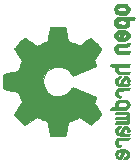
<source format=gbr>
%TF.GenerationSoftware,KiCad,Pcbnew,(5.1.8)-1*%
%TF.CreationDate,2021-02-08T11:54:43+01:00*%
%TF.ProjectId,powerpack,706f7765-7270-4616-936b-2e6b69636164,rev?*%
%TF.SameCoordinates,Original*%
%TF.FileFunction,Legend,Bot*%
%TF.FilePolarity,Positive*%
%FSLAX46Y46*%
G04 Gerber Fmt 4.6, Leading zero omitted, Abs format (unit mm)*
G04 Created by KiCad (PCBNEW (5.1.8)-1) date 2021-02-08 11:54:43*
%MOMM*%
%LPD*%
G01*
G04 APERTURE LIST*
%ADD10C,0.010000*%
G04 APERTURE END LIST*
D10*
%TO.C,REF\u002A\u002A*%
G36*
X178804403Y-30617600D02*
G01*
X178860022Y-30729150D01*
X178962431Y-30827608D01*
X179000364Y-30854723D01*
X179050000Y-30884262D01*
X179103912Y-30903428D01*
X179175864Y-30914393D01*
X179279622Y-30919329D01*
X179416601Y-30920413D01*
X179604315Y-30915518D01*
X179745258Y-30898504D01*
X179850408Y-30865877D01*
X179930743Y-30814142D01*
X179997241Y-30739804D01*
X180001178Y-30734342D01*
X180041453Y-30661080D01*
X180061380Y-30572860D01*
X180066293Y-30460662D01*
X180066293Y-30278267D01*
X180243357Y-30278191D01*
X180341970Y-30276493D01*
X180399814Y-30266150D01*
X180434506Y-30239122D01*
X180463664Y-30187368D01*
X180469621Y-30174939D01*
X180497539Y-30116777D01*
X180515172Y-30071744D01*
X180516694Y-30038259D01*
X180496281Y-30014738D01*
X180448107Y-29999600D01*
X180366346Y-29991263D01*
X180245172Y-29988144D01*
X180078760Y-29988660D01*
X179861285Y-29991229D01*
X179796236Y-29992032D01*
X179572002Y-29994922D01*
X179425321Y-29997512D01*
X179425321Y-30278114D01*
X179549826Y-30279691D01*
X179631287Y-30286700D01*
X179685015Y-30302558D01*
X179726323Y-30330681D01*
X179746471Y-30349775D01*
X179805421Y-30427835D01*
X179810220Y-30496947D01*
X179761538Y-30568260D01*
X179759741Y-30570068D01*
X179722118Y-30599083D01*
X179670984Y-30616733D01*
X179592238Y-30625636D01*
X179471776Y-30628409D01*
X179445088Y-30628459D01*
X179279083Y-30621758D01*
X179164005Y-30599948D01*
X179093754Y-30560465D01*
X179062229Y-30500744D01*
X179059052Y-30466228D01*
X179073960Y-30384311D01*
X179123048Y-30328121D01*
X179212862Y-30294298D01*
X179349945Y-30279480D01*
X179425321Y-30278114D01*
X179425321Y-29997512D01*
X179398452Y-29997987D01*
X179267882Y-30001947D01*
X179172587Y-30007526D01*
X179104864Y-30015446D01*
X179057007Y-30026431D01*
X179021313Y-30041201D01*
X178990078Y-30060482D01*
X178978324Y-30068749D01*
X178867297Y-30178412D01*
X178804347Y-30317065D01*
X178786797Y-30477454D01*
X178804403Y-30617600D01*
G37*
X178804403Y-30617600D02*
X178860022Y-30729150D01*
X178962431Y-30827608D01*
X179000364Y-30854723D01*
X179050000Y-30884262D01*
X179103912Y-30903428D01*
X179175864Y-30914393D01*
X179279622Y-30919329D01*
X179416601Y-30920413D01*
X179604315Y-30915518D01*
X179745258Y-30898504D01*
X179850408Y-30865877D01*
X179930743Y-30814142D01*
X179997241Y-30739804D01*
X180001178Y-30734342D01*
X180041453Y-30661080D01*
X180061380Y-30572860D01*
X180066293Y-30460662D01*
X180066293Y-30278267D01*
X180243357Y-30278191D01*
X180341970Y-30276493D01*
X180399814Y-30266150D01*
X180434506Y-30239122D01*
X180463664Y-30187368D01*
X180469621Y-30174939D01*
X180497539Y-30116777D01*
X180515172Y-30071744D01*
X180516694Y-30038259D01*
X180496281Y-30014738D01*
X180448107Y-29999600D01*
X180366346Y-29991263D01*
X180245172Y-29988144D01*
X180078760Y-29988660D01*
X179861285Y-29991229D01*
X179796236Y-29992032D01*
X179572002Y-29994922D01*
X179425321Y-29997512D01*
X179425321Y-30278114D01*
X179549826Y-30279691D01*
X179631287Y-30286700D01*
X179685015Y-30302558D01*
X179726323Y-30330681D01*
X179746471Y-30349775D01*
X179805421Y-30427835D01*
X179810220Y-30496947D01*
X179761538Y-30568260D01*
X179759741Y-30570068D01*
X179722118Y-30599083D01*
X179670984Y-30616733D01*
X179592238Y-30625636D01*
X179471776Y-30628409D01*
X179445088Y-30628459D01*
X179279083Y-30621758D01*
X179164005Y-30599948D01*
X179093754Y-30560465D01*
X179062229Y-30500744D01*
X179059052Y-30466228D01*
X179073960Y-30384311D01*
X179123048Y-30328121D01*
X179212862Y-30294298D01*
X179349945Y-30279480D01*
X179425321Y-30278114D01*
X179425321Y-29997512D01*
X179398452Y-29997987D01*
X179267882Y-30001947D01*
X179172587Y-30007526D01*
X179104864Y-30015446D01*
X179057007Y-30026431D01*
X179021313Y-30041201D01*
X178990078Y-30060482D01*
X178978324Y-30068749D01*
X178867297Y-30178412D01*
X178804347Y-30317065D01*
X178786797Y-30477454D01*
X178804403Y-30617600D01*
G36*
X178820219Y-32863129D02*
G01*
X178874414Y-32956823D01*
X178928207Y-33021964D01*
X178984566Y-33069607D01*
X179053487Y-33102428D01*
X179144968Y-33123106D01*
X179269006Y-33134320D01*
X179435598Y-33138749D01*
X179555351Y-33139263D01*
X179996159Y-33139263D01*
X180051783Y-33015183D01*
X180107407Y-32891102D01*
X179624595Y-32876505D01*
X179444279Y-32870473D01*
X179313401Y-32864145D01*
X179223011Y-32856306D01*
X179164164Y-32845737D01*
X179127913Y-32831223D01*
X179105310Y-32811548D01*
X179100417Y-32805235D01*
X179062206Y-32709588D01*
X179077327Y-32612907D01*
X179117443Y-32555355D01*
X179145870Y-32531945D01*
X179183172Y-32515739D01*
X179239723Y-32505441D01*
X179325894Y-32499749D01*
X179452058Y-32497364D01*
X179583542Y-32496964D01*
X179748499Y-32496886D01*
X179865261Y-32494061D01*
X179944010Y-32484607D01*
X179994931Y-32464640D01*
X180028206Y-32430276D01*
X180054020Y-32377632D01*
X180080844Y-32307317D01*
X180110042Y-32230520D01*
X179591846Y-32239662D01*
X179405039Y-32243343D01*
X179266990Y-32247650D01*
X179168068Y-32253823D01*
X179098645Y-32263102D01*
X179049090Y-32276727D01*
X179009773Y-32295939D01*
X178975084Y-32319102D01*
X178864270Y-32430852D01*
X178800189Y-32567213D01*
X178784839Y-32715525D01*
X178820219Y-32863129D01*
G37*
X178820219Y-32863129D02*
X178874414Y-32956823D01*
X178928207Y-33021964D01*
X178984566Y-33069607D01*
X179053487Y-33102428D01*
X179144968Y-33123106D01*
X179269006Y-33134320D01*
X179435598Y-33138749D01*
X179555351Y-33139263D01*
X179996159Y-33139263D01*
X180051783Y-33015183D01*
X180107407Y-32891102D01*
X179624595Y-32876505D01*
X179444279Y-32870473D01*
X179313401Y-32864145D01*
X179223011Y-32856306D01*
X179164164Y-32845737D01*
X179127913Y-32831223D01*
X179105310Y-32811548D01*
X179100417Y-32805235D01*
X179062206Y-32709588D01*
X179077327Y-32612907D01*
X179117443Y-32555355D01*
X179145870Y-32531945D01*
X179183172Y-32515739D01*
X179239723Y-32505441D01*
X179325894Y-32499749D01*
X179452058Y-32497364D01*
X179583542Y-32496964D01*
X179748499Y-32496886D01*
X179865261Y-32494061D01*
X179944010Y-32484607D01*
X179994931Y-32464640D01*
X180028206Y-32430276D01*
X180054020Y-32377632D01*
X180080844Y-32307317D01*
X180110042Y-32230520D01*
X179591846Y-32239662D01*
X179405039Y-32243343D01*
X179266990Y-32247650D01*
X179168068Y-32253823D01*
X179098645Y-32263102D01*
X179049090Y-32276727D01*
X179009773Y-32295939D01*
X178975084Y-32319102D01*
X178864270Y-32430852D01*
X178800189Y-32567213D01*
X178784839Y-32715525D01*
X178820219Y-32863129D01*
G36*
X178808515Y-29493921D02*
G01*
X178880468Y-29630761D01*
X178996266Y-29731751D01*
X179070713Y-29767625D01*
X179182492Y-29795539D01*
X179323727Y-29809829D01*
X179477871Y-29811184D01*
X179628379Y-29800295D01*
X179758705Y-29777853D01*
X179852303Y-29744550D01*
X179868422Y-29734315D01*
X179988749Y-29613082D01*
X180060817Y-29469087D01*
X180081908Y-29312839D01*
X180049302Y-29154848D01*
X180029753Y-29110880D01*
X179969512Y-29025256D01*
X179889635Y-28950108D01*
X179879504Y-28943006D01*
X179830681Y-28914139D01*
X179778490Y-28895057D01*
X179709785Y-28883784D01*
X179611418Y-28878345D01*
X179470244Y-28876762D01*
X179438592Y-28876735D01*
X179428519Y-28876807D01*
X179428519Y-29168689D01*
X179561756Y-29170387D01*
X179650174Y-29177072D01*
X179707285Y-29191125D01*
X179746602Y-29214929D01*
X179759741Y-29227079D01*
X179809672Y-29296936D01*
X179807395Y-29364759D01*
X179764084Y-29433335D01*
X179717846Y-29474235D01*
X179650357Y-29498458D01*
X179543933Y-29512061D01*
X179531520Y-29512994D01*
X179338647Y-29515316D01*
X179195400Y-29491050D01*
X179102660Y-29440524D01*
X179061307Y-29364068D01*
X179059052Y-29336776D01*
X179070393Y-29265111D01*
X179109684Y-29216090D01*
X179184826Y-29186118D01*
X179303722Y-29171599D01*
X179428519Y-29168689D01*
X179428519Y-28876807D01*
X179288159Y-28877822D01*
X179183049Y-28882388D01*
X179110214Y-28892388D01*
X179056608Y-28909779D01*
X179009181Y-28936516D01*
X179000364Y-28942424D01*
X178881507Y-29041732D01*
X178812508Y-29149942D01*
X178785119Y-29281681D01*
X178783781Y-29326417D01*
X178808515Y-29493921D01*
G37*
X178808515Y-29493921D02*
X178880468Y-29630761D01*
X178996266Y-29731751D01*
X179070713Y-29767625D01*
X179182492Y-29795539D01*
X179323727Y-29809829D01*
X179477871Y-29811184D01*
X179628379Y-29800295D01*
X179758705Y-29777853D01*
X179852303Y-29744550D01*
X179868422Y-29734315D01*
X179988749Y-29613082D01*
X180060817Y-29469087D01*
X180081908Y-29312839D01*
X180049302Y-29154848D01*
X180029753Y-29110880D01*
X179969512Y-29025256D01*
X179889635Y-28950108D01*
X179879504Y-28943006D01*
X179830681Y-28914139D01*
X179778490Y-28895057D01*
X179709785Y-28883784D01*
X179611418Y-28878345D01*
X179470244Y-28876762D01*
X179438592Y-28876735D01*
X179428519Y-28876807D01*
X179428519Y-29168689D01*
X179561756Y-29170387D01*
X179650174Y-29177072D01*
X179707285Y-29191125D01*
X179746602Y-29214929D01*
X179759741Y-29227079D01*
X179809672Y-29296936D01*
X179807395Y-29364759D01*
X179764084Y-29433335D01*
X179717846Y-29474235D01*
X179650357Y-29498458D01*
X179543933Y-29512061D01*
X179531520Y-29512994D01*
X179338647Y-29515316D01*
X179195400Y-29491050D01*
X179102660Y-29440524D01*
X179061307Y-29364068D01*
X179059052Y-29336776D01*
X179070393Y-29265111D01*
X179109684Y-29216090D01*
X179184826Y-29186118D01*
X179303722Y-29171599D01*
X179428519Y-29168689D01*
X179428519Y-28876807D01*
X179288159Y-28877822D01*
X179183049Y-28882388D01*
X179110214Y-28892388D01*
X179056608Y-28909779D01*
X179009181Y-28936516D01*
X179000364Y-28942424D01*
X178881507Y-29041732D01*
X178812508Y-29149942D01*
X178785119Y-29281681D01*
X178783781Y-29326417D01*
X178808515Y-29493921D01*
G36*
X178827176Y-31761252D02*
G01*
X178904611Y-31876358D01*
X179016449Y-31965311D01*
X179158765Y-32018449D01*
X179263515Y-32029197D01*
X179307226Y-32027976D01*
X179340694Y-32017756D01*
X179370679Y-31989661D01*
X179403940Y-31934816D01*
X179447238Y-31844345D01*
X179507333Y-31709372D01*
X179507634Y-31708689D01*
X179564537Y-31584451D01*
X179615065Y-31482573D01*
X179653780Y-31413467D01*
X179675240Y-31387546D01*
X179675413Y-31387539D01*
X179722144Y-31410385D01*
X179773654Y-31463809D01*
X179810761Y-31525142D01*
X179818132Y-31556215D01*
X179792638Y-31640989D01*
X179728791Y-31713993D01*
X179658594Y-31749613D01*
X179606843Y-31783880D01*
X179547909Y-31851003D01*
X179496996Y-31929908D01*
X179469309Y-31999521D01*
X179467787Y-32014077D01*
X179492821Y-32030463D01*
X179556811Y-32031450D01*
X179643093Y-32019408D01*
X179735001Y-31996707D01*
X179815869Y-31965714D01*
X179819009Y-31964148D01*
X179949234Y-31870881D01*
X180037811Y-31750004D01*
X180081286Y-31612727D01*
X180076206Y-31470260D01*
X180019116Y-31333812D01*
X180015102Y-31327745D01*
X179917826Y-31220410D01*
X179790909Y-31149832D01*
X179624026Y-31110774D01*
X179577139Y-31105532D01*
X179355829Y-31096248D01*
X179252624Y-31107378D01*
X179252624Y-31387539D01*
X179317003Y-31391179D01*
X179335791Y-31411089D01*
X179321735Y-31460726D01*
X179288509Y-31538967D01*
X179246859Y-31626426D01*
X179245756Y-31628599D01*
X179206765Y-31702730D01*
X179180744Y-31732481D01*
X179153465Y-31725145D01*
X179117621Y-31694253D01*
X179065751Y-31615660D01*
X179061939Y-31531023D01*
X179099689Y-31455103D01*
X179172501Y-31402665D01*
X179252624Y-31387539D01*
X179252624Y-31107378D01*
X179178761Y-31115344D01*
X179038329Y-31164334D01*
X178939947Y-31232536D01*
X178840530Y-31355635D01*
X178791211Y-31491228D01*
X178788068Y-31629655D01*
X178827176Y-31761252D01*
G37*
X178827176Y-31761252D02*
X178904611Y-31876358D01*
X179016449Y-31965311D01*
X179158765Y-32018449D01*
X179263515Y-32029197D01*
X179307226Y-32027976D01*
X179340694Y-32017756D01*
X179370679Y-31989661D01*
X179403940Y-31934816D01*
X179447238Y-31844345D01*
X179507333Y-31709372D01*
X179507634Y-31708689D01*
X179564537Y-31584451D01*
X179615065Y-31482573D01*
X179653780Y-31413467D01*
X179675240Y-31387546D01*
X179675413Y-31387539D01*
X179722144Y-31410385D01*
X179773654Y-31463809D01*
X179810761Y-31525142D01*
X179818132Y-31556215D01*
X179792638Y-31640989D01*
X179728791Y-31713993D01*
X179658594Y-31749613D01*
X179606843Y-31783880D01*
X179547909Y-31851003D01*
X179496996Y-31929908D01*
X179469309Y-31999521D01*
X179467787Y-32014077D01*
X179492821Y-32030463D01*
X179556811Y-32031450D01*
X179643093Y-32019408D01*
X179735001Y-31996707D01*
X179815869Y-31965714D01*
X179819009Y-31964148D01*
X179949234Y-31870881D01*
X180037811Y-31750004D01*
X180081286Y-31612727D01*
X180076206Y-31470260D01*
X180019116Y-31333812D01*
X180015102Y-31327745D01*
X179917826Y-31220410D01*
X179790909Y-31149832D01*
X179624026Y-31110774D01*
X179577139Y-31105532D01*
X179355829Y-31096248D01*
X179252624Y-31107378D01*
X179252624Y-31387539D01*
X179317003Y-31391179D01*
X179335791Y-31411089D01*
X179321735Y-31460726D01*
X179288509Y-31538967D01*
X179246859Y-31626426D01*
X179245756Y-31628599D01*
X179206765Y-31702730D01*
X179180744Y-31732481D01*
X179153465Y-31725145D01*
X179117621Y-31694253D01*
X179065751Y-31615660D01*
X179061939Y-31531023D01*
X179099689Y-31455103D01*
X179172501Y-31402665D01*
X179252624Y-31387539D01*
X179252624Y-31107378D01*
X179178761Y-31115344D01*
X179038329Y-31164334D01*
X178939947Y-31232536D01*
X178840530Y-31355635D01*
X178791211Y-31491228D01*
X178788068Y-31629655D01*
X178827176Y-31761252D01*
G36*
X178666357Y-34190298D02*
G01*
X178785688Y-34198854D01*
X178856006Y-34208681D01*
X178886679Y-34222299D01*
X178887071Y-34242227D01*
X178883410Y-34248689D01*
X178856898Y-34334640D01*
X178858446Y-34446445D01*
X178885699Y-34560114D01*
X178920955Y-34631210D01*
X178977278Y-34704105D01*
X179041019Y-34757393D01*
X179122010Y-34793975D01*
X179230086Y-34816750D01*
X179375080Y-34828619D01*
X179566826Y-34832482D01*
X179603609Y-34832551D01*
X180016788Y-34832597D01*
X180048839Y-34740654D01*
X180070644Y-34675352D01*
X180080797Y-34639524D01*
X180080891Y-34638470D01*
X180053360Y-34634942D01*
X179977423Y-34631939D01*
X179863065Y-34629690D01*
X179720269Y-34628424D01*
X179633451Y-34628229D01*
X179462273Y-34627823D01*
X179339588Y-34625732D01*
X179255500Y-34620647D01*
X179200114Y-34611260D01*
X179163532Y-34596261D01*
X179135859Y-34574342D01*
X179122532Y-34560657D01*
X179068828Y-34466649D01*
X179064807Y-34364064D01*
X179110225Y-34270990D01*
X179126623Y-34253778D01*
X179157457Y-34228532D01*
X179194031Y-34211020D01*
X179246915Y-34199842D01*
X179326677Y-34193596D01*
X179443885Y-34190882D01*
X179605491Y-34190298D01*
X180016788Y-34190298D01*
X180048839Y-34098355D01*
X180070644Y-34033053D01*
X180080797Y-33997225D01*
X180080891Y-33996171D01*
X180052948Y-33993475D01*
X179974130Y-33991045D01*
X179851953Y-33988978D01*
X179693932Y-33987371D01*
X179507583Y-33986323D01*
X179300420Y-33985931D01*
X179291206Y-33985930D01*
X178501520Y-33985930D01*
X178461497Y-34080815D01*
X178421473Y-34175700D01*
X178666357Y-34190298D01*
G37*
X178666357Y-34190298D02*
X178785688Y-34198854D01*
X178856006Y-34208681D01*
X178886679Y-34222299D01*
X178887071Y-34242227D01*
X178883410Y-34248689D01*
X178856898Y-34334640D01*
X178858446Y-34446445D01*
X178885699Y-34560114D01*
X178920955Y-34631210D01*
X178977278Y-34704105D01*
X179041019Y-34757393D01*
X179122010Y-34793975D01*
X179230086Y-34816750D01*
X179375080Y-34828619D01*
X179566826Y-34832482D01*
X179603609Y-34832551D01*
X180016788Y-34832597D01*
X180048839Y-34740654D01*
X180070644Y-34675352D01*
X180080797Y-34639524D01*
X180080891Y-34638470D01*
X180053360Y-34634942D01*
X179977423Y-34631939D01*
X179863065Y-34629690D01*
X179720269Y-34628424D01*
X179633451Y-34628229D01*
X179462273Y-34627823D01*
X179339588Y-34625732D01*
X179255500Y-34620647D01*
X179200114Y-34611260D01*
X179163532Y-34596261D01*
X179135859Y-34574342D01*
X179122532Y-34560657D01*
X179068828Y-34466649D01*
X179064807Y-34364064D01*
X179110225Y-34270990D01*
X179126623Y-34253778D01*
X179157457Y-34228532D01*
X179194031Y-34211020D01*
X179246915Y-34199842D01*
X179326677Y-34193596D01*
X179443885Y-34190882D01*
X179605491Y-34190298D01*
X180016788Y-34190298D01*
X180048839Y-34098355D01*
X180070644Y-34033053D01*
X180080797Y-33997225D01*
X180080891Y-33996171D01*
X180052948Y-33993475D01*
X179974130Y-33991045D01*
X179851953Y-33988978D01*
X179693932Y-33987371D01*
X179507583Y-33986323D01*
X179300420Y-33985931D01*
X179291206Y-33985930D01*
X178501520Y-33985930D01*
X178461497Y-34080815D01*
X178421473Y-34175700D01*
X178666357Y-34190298D01*
G36*
X178866860Y-35525644D02*
G01*
X178909342Y-35640043D01*
X178910158Y-35641352D01*
X178962230Y-35712103D01*
X179023084Y-35764336D01*
X179102387Y-35801071D01*
X179209809Y-35825334D01*
X179355017Y-35840145D01*
X179547679Y-35848529D01*
X179575128Y-35849264D01*
X179989021Y-35859820D01*
X180034956Y-35770991D01*
X180065998Y-35706718D01*
X180080706Y-35667910D01*
X180080891Y-35666115D01*
X180053750Y-35659400D01*
X179980541Y-35654065D01*
X179873581Y-35650783D01*
X179786969Y-35650068D01*
X179646662Y-35650051D01*
X179558551Y-35643637D01*
X179516525Y-35621280D01*
X179514475Y-35573432D01*
X179546290Y-35490549D01*
X179604772Y-35365413D01*
X179653345Y-35273397D01*
X179695486Y-35226071D01*
X179741416Y-35212158D01*
X179743689Y-35212137D01*
X179822811Y-35235095D01*
X179865555Y-35303070D01*
X179871746Y-35407098D01*
X179870672Y-35482030D01*
X179892253Y-35521539D01*
X179944091Y-35546178D01*
X180010132Y-35560359D01*
X180047604Y-35539923D01*
X180052967Y-35532228D01*
X180074506Y-35459783D01*
X180077555Y-35358333D01*
X180063278Y-35253857D01*
X180037188Y-35179825D01*
X179950285Y-35077472D01*
X179829316Y-35019291D01*
X179734808Y-35007769D01*
X179649562Y-35016562D01*
X179579976Y-35048380D01*
X179518172Y-35111384D01*
X179456272Y-35213731D01*
X179386397Y-35363582D01*
X179382448Y-35372712D01*
X179320088Y-35507697D01*
X179268946Y-35590994D01*
X179222988Y-35626697D01*
X179176183Y-35618903D01*
X179122498Y-35571707D01*
X179110144Y-35557594D01*
X179062241Y-35463059D01*
X179064258Y-35365106D01*
X179111224Y-35279797D01*
X179198169Y-35223196D01*
X179215234Y-35217937D01*
X179298004Y-35166723D01*
X179337872Y-35101737D01*
X179377382Y-35007769D01*
X179275158Y-35007769D01*
X179126572Y-35036353D01*
X178990284Y-35121195D01*
X178944691Y-35165345D01*
X178886174Y-35265705D01*
X178859684Y-35393335D01*
X178866860Y-35525644D01*
G37*
X178866860Y-35525644D02*
X178909342Y-35640043D01*
X178910158Y-35641352D01*
X178962230Y-35712103D01*
X179023084Y-35764336D01*
X179102387Y-35801071D01*
X179209809Y-35825334D01*
X179355017Y-35840145D01*
X179547679Y-35848529D01*
X179575128Y-35849264D01*
X179989021Y-35859820D01*
X180034956Y-35770991D01*
X180065998Y-35706718D01*
X180080706Y-35667910D01*
X180080891Y-35666115D01*
X180053750Y-35659400D01*
X179980541Y-35654065D01*
X179873581Y-35650783D01*
X179786969Y-35650068D01*
X179646662Y-35650051D01*
X179558551Y-35643637D01*
X179516525Y-35621280D01*
X179514475Y-35573432D01*
X179546290Y-35490549D01*
X179604772Y-35365413D01*
X179653345Y-35273397D01*
X179695486Y-35226071D01*
X179741416Y-35212158D01*
X179743689Y-35212137D01*
X179822811Y-35235095D01*
X179865555Y-35303070D01*
X179871746Y-35407098D01*
X179870672Y-35482030D01*
X179892253Y-35521539D01*
X179944091Y-35546178D01*
X180010132Y-35560359D01*
X180047604Y-35539923D01*
X180052967Y-35532228D01*
X180074506Y-35459783D01*
X180077555Y-35358333D01*
X180063278Y-35253857D01*
X180037188Y-35179825D01*
X179950285Y-35077472D01*
X179829316Y-35019291D01*
X179734808Y-35007769D01*
X179649562Y-35016562D01*
X179579976Y-35048380D01*
X179518172Y-35111384D01*
X179456272Y-35213731D01*
X179386397Y-35363582D01*
X179382448Y-35372712D01*
X179320088Y-35507697D01*
X179268946Y-35590994D01*
X179222988Y-35626697D01*
X179176183Y-35618903D01*
X179122498Y-35571707D01*
X179110144Y-35557594D01*
X179062241Y-35463059D01*
X179064258Y-35365106D01*
X179111224Y-35279797D01*
X179198169Y-35223196D01*
X179215234Y-35217937D01*
X179298004Y-35166723D01*
X179337872Y-35101737D01*
X179377382Y-35007769D01*
X179275158Y-35007769D01*
X179126572Y-35036353D01*
X178990284Y-35121195D01*
X178944691Y-35165345D01*
X178886174Y-35265705D01*
X178859684Y-35393335D01*
X178866860Y-35525644D01*
G36*
X178864420Y-36511643D02*
G01*
X178913359Y-36644265D01*
X178999919Y-36751710D01*
X179060852Y-36793732D01*
X179172661Y-36839543D01*
X179253506Y-36838591D01*
X179307878Y-36790508D01*
X179317124Y-36772717D01*
X179345950Y-36695904D01*
X179338565Y-36656676D01*
X179290158Y-36643389D01*
X179263420Y-36642712D01*
X179165048Y-36618386D01*
X179096234Y-36554981D01*
X179062998Y-36466854D01*
X179071361Y-36368363D01*
X179114796Y-36288302D01*
X179139572Y-36261261D01*
X179169629Y-36242094D01*
X179215065Y-36229146D01*
X179285976Y-36220764D01*
X179392460Y-36215293D01*
X179544612Y-36211078D01*
X179592787Y-36209987D01*
X179757595Y-36206007D01*
X179873588Y-36201481D01*
X179950333Y-36194695D01*
X179997393Y-36183931D01*
X180024335Y-36167473D01*
X180040723Y-36143606D01*
X180047963Y-36128326D01*
X180072720Y-36063433D01*
X180080891Y-36025234D01*
X180053603Y-36012612D01*
X179971103Y-36004908D01*
X179832441Y-36002080D01*
X179636662Y-36004086D01*
X179606465Y-36004711D01*
X179427849Y-36009121D01*
X179297423Y-36014335D01*
X179204992Y-36021755D01*
X179140358Y-36032782D01*
X179093325Y-36048817D01*
X179053696Y-36071261D01*
X179036715Y-36083002D01*
X178961580Y-36150319D01*
X178903138Y-36225610D01*
X178898036Y-36234828D01*
X178857760Y-36369833D01*
X178864420Y-36511643D01*
G37*
X178864420Y-36511643D02*
X178913359Y-36644265D01*
X178999919Y-36751710D01*
X179060852Y-36793732D01*
X179172661Y-36839543D01*
X179253506Y-36838591D01*
X179307878Y-36790508D01*
X179317124Y-36772717D01*
X179345950Y-36695904D01*
X179338565Y-36656676D01*
X179290158Y-36643389D01*
X179263420Y-36642712D01*
X179165048Y-36618386D01*
X179096234Y-36554981D01*
X179062998Y-36466854D01*
X179071361Y-36368363D01*
X179114796Y-36288302D01*
X179139572Y-36261261D01*
X179169629Y-36242094D01*
X179215065Y-36229146D01*
X179285976Y-36220764D01*
X179392460Y-36215293D01*
X179544612Y-36211078D01*
X179592787Y-36209987D01*
X179757595Y-36206007D01*
X179873588Y-36201481D01*
X179950333Y-36194695D01*
X179997393Y-36183931D01*
X180024335Y-36167473D01*
X180040723Y-36143606D01*
X180047963Y-36128326D01*
X180072720Y-36063433D01*
X180080891Y-36025234D01*
X180053603Y-36012612D01*
X179971103Y-36004908D01*
X179832441Y-36002080D01*
X179636662Y-36004086D01*
X179606465Y-36004711D01*
X179427849Y-36009121D01*
X179297423Y-36014335D01*
X179204992Y-36021755D01*
X179140358Y-36032782D01*
X179093325Y-36048817D01*
X179053696Y-36071261D01*
X179036715Y-36083002D01*
X178961580Y-36150319D01*
X178903138Y-36225610D01*
X178898036Y-36234828D01*
X178857760Y-36369833D01*
X178864420Y-36511643D01*
G36*
X179096955Y-37839614D02*
G01*
X179315161Y-37839243D01*
X179483019Y-37837808D01*
X179608570Y-37834702D01*
X179699855Y-37829322D01*
X179764915Y-37821062D01*
X179811791Y-37809316D01*
X179848524Y-37793481D01*
X179869491Y-37781490D01*
X179983194Y-37682190D01*
X180054465Y-37556288D01*
X180080038Y-37416991D01*
X180056650Y-37277505D01*
X180014619Y-37194443D01*
X179941911Y-37107245D01*
X179853112Y-37047817D01*
X179736820Y-37011961D01*
X179581635Y-36995481D01*
X179467787Y-36993147D01*
X179459606Y-36993461D01*
X179459606Y-37197424D01*
X179590157Y-37198670D01*
X179676580Y-37204378D01*
X179733118Y-37217504D01*
X179774014Y-37241006D01*
X179804862Y-37269086D01*
X179864405Y-37363388D01*
X179869492Y-37464640D01*
X179819779Y-37560336D01*
X179813043Y-37567784D01*
X179778002Y-37599574D01*
X179736311Y-37619508D01*
X179674262Y-37630300D01*
X179578144Y-37634665D01*
X179471879Y-37635355D01*
X179338380Y-37633859D01*
X179249322Y-37627664D01*
X179190793Y-37614214D01*
X179148882Y-37590951D01*
X179126623Y-37571875D01*
X179070485Y-37483263D01*
X179063735Y-37381208D01*
X179106614Y-37283795D01*
X179122532Y-37264996D01*
X179157882Y-37232993D01*
X179200002Y-37213018D01*
X179262751Y-37202293D01*
X179359987Y-37198039D01*
X179459606Y-37197424D01*
X179459606Y-36993461D01*
X179284447Y-37000204D01*
X179146695Y-37024172D01*
X179043132Y-37069248D01*
X178962356Y-37139628D01*
X178920955Y-37194443D01*
X178876228Y-37294076D01*
X178855467Y-37409555D01*
X178861025Y-37516899D01*
X178883443Y-37576964D01*
X178889823Y-37600535D01*
X178866035Y-37616177D01*
X178802288Y-37627095D01*
X178705187Y-37635355D01*
X178597041Y-37644399D01*
X178531975Y-37656961D01*
X178494768Y-37679819D01*
X178470199Y-37719751D01*
X178459319Y-37744838D01*
X178419572Y-37839723D01*
X179096955Y-37839614D01*
G37*
X179096955Y-37839614D02*
X179315161Y-37839243D01*
X179483019Y-37837808D01*
X179608570Y-37834702D01*
X179699855Y-37829322D01*
X179764915Y-37821062D01*
X179811791Y-37809316D01*
X179848524Y-37793481D01*
X179869491Y-37781490D01*
X179983194Y-37682190D01*
X180054465Y-37556288D01*
X180080038Y-37416991D01*
X180056650Y-37277505D01*
X180014619Y-37194443D01*
X179941911Y-37107245D01*
X179853112Y-37047817D01*
X179736820Y-37011961D01*
X179581635Y-36995481D01*
X179467787Y-36993147D01*
X179459606Y-36993461D01*
X179459606Y-37197424D01*
X179590157Y-37198670D01*
X179676580Y-37204378D01*
X179733118Y-37217504D01*
X179774014Y-37241006D01*
X179804862Y-37269086D01*
X179864405Y-37363388D01*
X179869492Y-37464640D01*
X179819779Y-37560336D01*
X179813043Y-37567784D01*
X179778002Y-37599574D01*
X179736311Y-37619508D01*
X179674262Y-37630300D01*
X179578144Y-37634665D01*
X179471879Y-37635355D01*
X179338380Y-37633859D01*
X179249322Y-37627664D01*
X179190793Y-37614214D01*
X179148882Y-37590951D01*
X179126623Y-37571875D01*
X179070485Y-37483263D01*
X179063735Y-37381208D01*
X179106614Y-37283795D01*
X179122532Y-37264996D01*
X179157882Y-37232993D01*
X179200002Y-37213018D01*
X179262751Y-37202293D01*
X179359987Y-37198039D01*
X179459606Y-37197424D01*
X179459606Y-36993461D01*
X179284447Y-37000204D01*
X179146695Y-37024172D01*
X179043132Y-37069248D01*
X178962356Y-37139628D01*
X178920955Y-37194443D01*
X178876228Y-37294076D01*
X178855467Y-37409555D01*
X178861025Y-37516899D01*
X178883443Y-37576964D01*
X178889823Y-37600535D01*
X178866035Y-37616177D01*
X178802288Y-37627095D01*
X178705187Y-37635355D01*
X178597041Y-37644399D01*
X178531975Y-37656961D01*
X178494768Y-37679819D01*
X178470199Y-37719751D01*
X178459319Y-37744838D01*
X178419572Y-37839723D01*
X179096955Y-37839614D01*
G36*
X178882340Y-39025824D02*
G01*
X178959153Y-39030279D01*
X179075891Y-39033771D01*
X179223321Y-39036015D01*
X179377955Y-39036735D01*
X179901227Y-39036735D01*
X179993617Y-38944345D01*
X180050547Y-38880678D01*
X180073607Y-38824789D01*
X180072147Y-38748402D01*
X180068434Y-38718080D01*
X180057626Y-38623310D01*
X180051433Y-38544922D01*
X180050861Y-38525815D01*
X180054602Y-38461399D01*
X180063994Y-38369271D01*
X180068434Y-38333550D01*
X180075301Y-38245814D01*
X180060385Y-38186853D01*
X180014335Y-38128390D01*
X179993617Y-38107285D01*
X179901227Y-38014895D01*
X178922447Y-38014895D01*
X178888566Y-38089258D01*
X178863470Y-38153290D01*
X178854684Y-38190752D01*
X178882450Y-38200357D01*
X178960030Y-38209335D01*
X179078848Y-38217086D01*
X179230328Y-38223014D01*
X179358305Y-38225873D01*
X179861925Y-38233861D01*
X179871778Y-38303548D01*
X179864889Y-38366929D01*
X179842583Y-38397986D01*
X179800879Y-38406667D01*
X179712044Y-38414078D01*
X179587334Y-38419631D01*
X179438007Y-38422736D01*
X179361161Y-38423184D01*
X178918787Y-38423631D01*
X178886735Y-38515574D01*
X178864943Y-38580649D01*
X178854781Y-38616047D01*
X178854684Y-38617068D01*
X178882309Y-38620620D01*
X178958911Y-38624523D01*
X179075079Y-38628451D01*
X179221404Y-38632076D01*
X179358305Y-38634608D01*
X179861925Y-38642597D01*
X179861925Y-38817769D01*
X179402465Y-38825807D01*
X178943005Y-38833846D01*
X178898844Y-38919243D01*
X178868519Y-38982293D01*
X178854758Y-39019610D01*
X178854684Y-39020687D01*
X178882340Y-39025824D01*
G37*
X178882340Y-39025824D02*
X178959153Y-39030279D01*
X179075891Y-39033771D01*
X179223321Y-39036015D01*
X179377955Y-39036735D01*
X179901227Y-39036735D01*
X179993617Y-38944345D01*
X180050547Y-38880678D01*
X180073607Y-38824789D01*
X180072147Y-38748402D01*
X180068434Y-38718080D01*
X180057626Y-38623310D01*
X180051433Y-38544922D01*
X180050861Y-38525815D01*
X180054602Y-38461399D01*
X180063994Y-38369271D01*
X180068434Y-38333550D01*
X180075301Y-38245814D01*
X180060385Y-38186853D01*
X180014335Y-38128390D01*
X179993617Y-38107285D01*
X179901227Y-38014895D01*
X178922447Y-38014895D01*
X178888566Y-38089258D01*
X178863470Y-38153290D01*
X178854684Y-38190752D01*
X178882450Y-38200357D01*
X178960030Y-38209335D01*
X179078848Y-38217086D01*
X179230328Y-38223014D01*
X179358305Y-38225873D01*
X179861925Y-38233861D01*
X179871778Y-38303548D01*
X179864889Y-38366929D01*
X179842583Y-38397986D01*
X179800879Y-38406667D01*
X179712044Y-38414078D01*
X179587334Y-38419631D01*
X179438007Y-38422736D01*
X179361161Y-38423184D01*
X178918787Y-38423631D01*
X178886735Y-38515574D01*
X178864943Y-38580649D01*
X178854781Y-38616047D01*
X178854684Y-38617068D01*
X178882309Y-38620620D01*
X178958911Y-38624523D01*
X179075079Y-38628451D01*
X179221404Y-38632076D01*
X179358305Y-38634608D01*
X179861925Y-38642597D01*
X179861925Y-38817769D01*
X179402465Y-38825807D01*
X178943005Y-38833846D01*
X178898844Y-38919243D01*
X178868519Y-38982293D01*
X178854758Y-39019610D01*
X178854684Y-39020687D01*
X178882340Y-39025824D01*
G36*
X178877656Y-39760106D02*
G01*
X178915893Y-39844169D01*
X178962226Y-39910150D01*
X179014032Y-39958494D01*
X179080863Y-39991872D01*
X179172269Y-40012953D01*
X179297801Y-40024407D01*
X179467008Y-40028903D01*
X179578433Y-40029378D01*
X180013127Y-40029378D01*
X180047009Y-39955016D01*
X180071772Y-39896446D01*
X180080891Y-39867430D01*
X180053757Y-39861879D01*
X179980594Y-39857475D01*
X179873763Y-39854778D01*
X179788937Y-39854206D01*
X179666387Y-39851746D01*
X179569168Y-39845112D01*
X179509634Y-39835426D01*
X179496983Y-39827732D01*
X179509902Y-39776011D01*
X179543039Y-39694817D01*
X179587961Y-39600802D01*
X179636235Y-39510617D01*
X179679428Y-39440915D01*
X179709108Y-39408348D01*
X179709429Y-39408219D01*
X179764357Y-39411020D01*
X179816792Y-39436139D01*
X179859381Y-39480241D01*
X179873626Y-39544609D01*
X179871966Y-39599621D01*
X179870745Y-39677535D01*
X179888998Y-39718432D01*
X179937226Y-39742995D01*
X179946320Y-39746092D01*
X180015098Y-39756740D01*
X180056860Y-39728265D01*
X180076763Y-39654044D01*
X180080444Y-39573868D01*
X180053158Y-39429590D01*
X180014190Y-39354903D01*
X179922648Y-39262663D01*
X179810282Y-39213743D01*
X179691551Y-39209354D01*
X179580911Y-39250701D01*
X179511580Y-39312897D01*
X179472765Y-39374994D01*
X179423625Y-39472595D01*
X179373792Y-39586332D01*
X179366177Y-39605290D01*
X179311045Y-39730221D01*
X179262454Y-39802239D01*
X179214147Y-39825400D01*
X179159870Y-39803764D01*
X179117443Y-39766620D01*
X179065202Y-39678827D01*
X179061284Y-39582230D01*
X179101541Y-39493644D01*
X179181826Y-39429886D01*
X179202540Y-39421517D01*
X179278725Y-39372796D01*
X179335285Y-39301665D01*
X179381701Y-39211907D01*
X179250084Y-39211907D01*
X179169668Y-39217190D01*
X179106286Y-39239842D01*
X179038663Y-39290067D01*
X178986576Y-39338282D01*
X178912822Y-39413254D01*
X178873202Y-39471506D01*
X178857310Y-39534072D01*
X178854684Y-39604893D01*
X178877656Y-39760106D01*
G37*
X178877656Y-39760106D02*
X178915893Y-39844169D01*
X178962226Y-39910150D01*
X179014032Y-39958494D01*
X179080863Y-39991872D01*
X179172269Y-40012953D01*
X179297801Y-40024407D01*
X179467008Y-40028903D01*
X179578433Y-40029378D01*
X180013127Y-40029378D01*
X180047009Y-39955016D01*
X180071772Y-39896446D01*
X180080891Y-39867430D01*
X180053757Y-39861879D01*
X179980594Y-39857475D01*
X179873763Y-39854778D01*
X179788937Y-39854206D01*
X179666387Y-39851746D01*
X179569168Y-39845112D01*
X179509634Y-39835426D01*
X179496983Y-39827732D01*
X179509902Y-39776011D01*
X179543039Y-39694817D01*
X179587961Y-39600802D01*
X179636235Y-39510617D01*
X179679428Y-39440915D01*
X179709108Y-39408348D01*
X179709429Y-39408219D01*
X179764357Y-39411020D01*
X179816792Y-39436139D01*
X179859381Y-39480241D01*
X179873626Y-39544609D01*
X179871966Y-39599621D01*
X179870745Y-39677535D01*
X179888998Y-39718432D01*
X179937226Y-39742995D01*
X179946320Y-39746092D01*
X180015098Y-39756740D01*
X180056860Y-39728265D01*
X180076763Y-39654044D01*
X180080444Y-39573868D01*
X180053158Y-39429590D01*
X180014190Y-39354903D01*
X179922648Y-39262663D01*
X179810282Y-39213743D01*
X179691551Y-39209354D01*
X179580911Y-39250701D01*
X179511580Y-39312897D01*
X179472765Y-39374994D01*
X179423625Y-39472595D01*
X179373792Y-39586332D01*
X179366177Y-39605290D01*
X179311045Y-39730221D01*
X179262454Y-39802239D01*
X179214147Y-39825400D01*
X179159870Y-39803764D01*
X179117443Y-39766620D01*
X179065202Y-39678827D01*
X179061284Y-39582230D01*
X179101541Y-39493644D01*
X179181826Y-39429886D01*
X179202540Y-39421517D01*
X179278725Y-39372796D01*
X179335285Y-39301665D01*
X179381701Y-39211907D01*
X179250084Y-39211907D01*
X179169668Y-39217190D01*
X179106286Y-39239842D01*
X179038663Y-39290067D01*
X178986576Y-39338282D01*
X178912822Y-39413254D01*
X178873202Y-39471506D01*
X178857310Y-39534072D01*
X178854684Y-39604893D01*
X178877656Y-39760106D01*
G36*
X178882518Y-40781390D02*
G01*
X178897769Y-40816285D01*
X178963735Y-40899577D01*
X179059118Y-40970803D01*
X179160906Y-41014853D01*
X179211087Y-41022022D01*
X179281147Y-40997985D01*
X179318217Y-40945261D01*
X179340664Y-40888731D01*
X179344800Y-40862846D01*
X179314783Y-40850242D01*
X179249461Y-40825354D01*
X179219945Y-40814435D01*
X179117848Y-40753208D01*
X179066923Y-40664561D01*
X179068489Y-40550893D01*
X179070494Y-40542474D01*
X179099267Y-40481788D01*
X179155359Y-40437174D01*
X179245663Y-40406702D01*
X179377071Y-40388444D01*
X179556474Y-40380471D01*
X179651933Y-40379723D01*
X179802413Y-40379352D01*
X179904995Y-40376923D01*
X179970172Y-40370460D01*
X180008438Y-40357988D01*
X180030285Y-40337533D01*
X180046207Y-40307119D01*
X180047009Y-40305361D01*
X180071772Y-40246791D01*
X180080891Y-40217775D01*
X180053322Y-40213316D01*
X179977120Y-40209499D01*
X179862041Y-40206599D01*
X179717841Y-40204891D01*
X179612314Y-40204551D01*
X179408113Y-40206288D01*
X179253197Y-40213082D01*
X179138524Y-40227307D01*
X179055051Y-40251338D01*
X178993736Y-40287548D01*
X178945534Y-40338312D01*
X178911893Y-40388439D01*
X178867119Y-40508975D01*
X178857021Y-40649257D01*
X178882518Y-40781390D01*
G37*
X178882518Y-40781390D02*
X178897769Y-40816285D01*
X178963735Y-40899577D01*
X179059118Y-40970803D01*
X179160906Y-41014853D01*
X179211087Y-41022022D01*
X179281147Y-40997985D01*
X179318217Y-40945261D01*
X179340664Y-40888731D01*
X179344800Y-40862846D01*
X179314783Y-40850242D01*
X179249461Y-40825354D01*
X179219945Y-40814435D01*
X179117848Y-40753208D01*
X179066923Y-40664561D01*
X179068489Y-40550893D01*
X179070494Y-40542474D01*
X179099267Y-40481788D01*
X179155359Y-40437174D01*
X179245663Y-40406702D01*
X179377071Y-40388444D01*
X179556474Y-40380471D01*
X179651933Y-40379723D01*
X179802413Y-40379352D01*
X179904995Y-40376923D01*
X179970172Y-40370460D01*
X180008438Y-40357988D01*
X180030285Y-40337533D01*
X180046207Y-40307119D01*
X180047009Y-40305361D01*
X180071772Y-40246791D01*
X180080891Y-40217775D01*
X180053322Y-40213316D01*
X179977120Y-40209499D01*
X179862041Y-40206599D01*
X179717841Y-40204891D01*
X179612314Y-40204551D01*
X179408113Y-40206288D01*
X179253197Y-40213082D01*
X179138524Y-40227307D01*
X179055051Y-40251338D01*
X178993736Y-40287548D01*
X178945534Y-40338312D01*
X178911893Y-40388439D01*
X178867119Y-40508975D01*
X178857021Y-40649257D01*
X178882518Y-40781390D01*
G36*
X178899040Y-41789139D02*
G01*
X178974534Y-41904650D01*
X179042117Y-41960364D01*
X179164755Y-42004504D01*
X179261798Y-42008009D01*
X179391556Y-42000068D01*
X179522539Y-41700815D01*
X179589458Y-41555311D01*
X179643290Y-41460237D01*
X179689916Y-41410801D01*
X179735220Y-41402211D01*
X179785082Y-41429672D01*
X179818132Y-41459953D01*
X179871133Y-41548063D01*
X179874847Y-41643896D01*
X179833541Y-41731912D01*
X179751483Y-41796569D01*
X179722508Y-41808133D01*
X179632009Y-41863525D01*
X179593440Y-41927253D01*
X179560446Y-42014666D01*
X179685534Y-42014666D01*
X179770656Y-42006938D01*
X179842438Y-41976666D01*
X179924856Y-41913218D01*
X179935566Y-41903788D01*
X180008891Y-41833213D01*
X180048242Y-41772547D01*
X180066345Y-41696650D01*
X180072274Y-41633730D01*
X180073751Y-41521187D01*
X180055035Y-41441070D01*
X180027247Y-41391090D01*
X179966141Y-41312538D01*
X179900054Y-41258163D01*
X179816941Y-41223752D01*
X179704754Y-41205088D01*
X179551446Y-41197956D01*
X179473636Y-41197387D01*
X179380353Y-41199322D01*
X179380353Y-41375599D01*
X179430396Y-41377644D01*
X179438592Y-41382739D01*
X179427458Y-41416366D01*
X179397993Y-41488730D01*
X179356101Y-41585447D01*
X179347097Y-41605673D01*
X179284942Y-41727903D01*
X179230315Y-41795247D01*
X179179149Y-41810048D01*
X179127376Y-41774647D01*
X179104500Y-41745411D01*
X179058750Y-41639916D01*
X179066308Y-41541176D01*
X179122151Y-41458512D01*
X179221253Y-41401248D01*
X179299914Y-41382888D01*
X179380353Y-41375599D01*
X179380353Y-41199322D01*
X179291851Y-41201159D01*
X179157353Y-41215059D01*
X179059416Y-41242594D01*
X178987311Y-41287272D01*
X178930313Y-41352601D01*
X178911893Y-41381083D01*
X178863922Y-41510463D01*
X178860903Y-41652112D01*
X178899040Y-41789139D01*
G37*
X178899040Y-41789139D02*
X178974534Y-41904650D01*
X179042117Y-41960364D01*
X179164755Y-42004504D01*
X179261798Y-42008009D01*
X179391556Y-42000068D01*
X179522539Y-41700815D01*
X179589458Y-41555311D01*
X179643290Y-41460237D01*
X179689916Y-41410801D01*
X179735220Y-41402211D01*
X179785082Y-41429672D01*
X179818132Y-41459953D01*
X179871133Y-41548063D01*
X179874847Y-41643896D01*
X179833541Y-41731912D01*
X179751483Y-41796569D01*
X179722508Y-41808133D01*
X179632009Y-41863525D01*
X179593440Y-41927253D01*
X179560446Y-42014666D01*
X179685534Y-42014666D01*
X179770656Y-42006938D01*
X179842438Y-41976666D01*
X179924856Y-41913218D01*
X179935566Y-41903788D01*
X180008891Y-41833213D01*
X180048242Y-41772547D01*
X180066345Y-41696650D01*
X180072274Y-41633730D01*
X180073751Y-41521187D01*
X180055035Y-41441070D01*
X180027247Y-41391090D01*
X179966141Y-41312538D01*
X179900054Y-41258163D01*
X179816941Y-41223752D01*
X179704754Y-41205088D01*
X179551446Y-41197956D01*
X179473636Y-41197387D01*
X179380353Y-41199322D01*
X179380353Y-41375599D01*
X179430396Y-41377644D01*
X179438592Y-41382739D01*
X179427458Y-41416366D01*
X179397993Y-41488730D01*
X179356101Y-41585447D01*
X179347097Y-41605673D01*
X179284942Y-41727903D01*
X179230315Y-41795247D01*
X179179149Y-41810048D01*
X179127376Y-41774647D01*
X179104500Y-41745411D01*
X179058750Y-41639916D01*
X179066308Y-41541176D01*
X179122151Y-41458512D01*
X179221253Y-41401248D01*
X179299914Y-41382888D01*
X179380353Y-41375599D01*
X179380353Y-41199322D01*
X179291851Y-41201159D01*
X179157353Y-41215059D01*
X179059416Y-41242594D01*
X178987311Y-41287272D01*
X178930313Y-41352601D01*
X178911893Y-41381083D01*
X178863922Y-41510463D01*
X178860903Y-41652112D01*
X178899040Y-41789139D01*
G36*
X169395498Y-35654714D02*
G01*
X169396363Y-35812706D01*
X169398705Y-35927047D01*
X169403262Y-36005107D01*
X169410770Y-36054254D01*
X169421966Y-36081859D01*
X169437588Y-36095292D01*
X169458373Y-36101921D01*
X169461063Y-36102565D01*
X169509613Y-36112635D01*
X169605405Y-36131275D01*
X169738243Y-36156545D01*
X169897931Y-36186507D01*
X170074274Y-36219222D01*
X170080467Y-36220364D01*
X170253282Y-36253133D01*
X170405969Y-36283793D01*
X170529371Y-36310364D01*
X170614331Y-36330867D01*
X170651690Y-36343326D01*
X170652352Y-36343920D01*
X170670595Y-36380619D01*
X170700997Y-36456286D01*
X170736993Y-36554578D01*
X170737185Y-36555125D01*
X170783722Y-36678933D01*
X170843004Y-36824896D01*
X170902609Y-36962481D01*
X170905556Y-36968993D01*
X171007265Y-37193090D01*
X170668397Y-37689319D01*
X170565092Y-37841546D01*
X170472737Y-37979441D01*
X170396584Y-38095015D01*
X170341885Y-38180279D01*
X170313893Y-38227244D01*
X170311817Y-38231704D01*
X170321060Y-38265834D01*
X170365656Y-38329581D01*
X170447709Y-38425431D01*
X170569321Y-38555869D01*
X170698705Y-38689028D01*
X170826202Y-38817394D01*
X170942546Y-38932281D01*
X171040552Y-39026773D01*
X171113036Y-39093953D01*
X171152813Y-39126906D01*
X171154861Y-39128132D01*
X171182156Y-39131774D01*
X171226734Y-39118050D01*
X171294612Y-39083569D01*
X171391811Y-39024939D01*
X171524351Y-38938770D01*
X171694976Y-38823900D01*
X171845155Y-38721954D01*
X171979850Y-38630823D01*
X172091240Y-38555773D01*
X172171505Y-38502069D01*
X172212825Y-38474980D01*
X172215630Y-38473274D01*
X172255221Y-38476582D01*
X172332169Y-38501653D01*
X172431932Y-38543498D01*
X172463791Y-38558412D01*
X172605726Y-38623486D01*
X172766773Y-38692912D01*
X172906121Y-38749309D01*
X173009544Y-38789947D01*
X173088142Y-38822226D01*
X173129220Y-38840878D01*
X173132385Y-38843197D01*
X173137628Y-38877503D01*
X173151994Y-38958369D01*
X173173437Y-39075043D01*
X173199913Y-39216775D01*
X173229377Y-39372810D01*
X173259783Y-39532398D01*
X173289088Y-39684785D01*
X173315245Y-39819221D01*
X173336210Y-39924952D01*
X173349939Y-39991226D01*
X173353820Y-40007482D01*
X173363400Y-40024273D01*
X173385036Y-40036949D01*
X173426031Y-40046078D01*
X173493689Y-40052231D01*
X173595312Y-40055980D01*
X173738203Y-40057892D01*
X173929665Y-40058540D01*
X174008145Y-40058574D01*
X174646406Y-40058574D01*
X174676660Y-39905298D01*
X174693064Y-39820022D01*
X174717009Y-39692770D01*
X174745607Y-39539015D01*
X174775967Y-39374234D01*
X174784306Y-39328689D01*
X174813870Y-39176632D01*
X174842942Y-39044168D01*
X174868829Y-38942414D01*
X174888837Y-38882488D01*
X174894801Y-38872505D01*
X174937034Y-38847993D01*
X175018870Y-38812848D01*
X175124183Y-38773873D01*
X175146868Y-38766142D01*
X175287518Y-38715060D01*
X175446214Y-38651654D01*
X175588725Y-38589604D01*
X175589386Y-38589298D01*
X175812940Y-38485967D01*
X176812732Y-39165661D01*
X177249800Y-38729321D01*
X177379881Y-38597349D01*
X177494548Y-38476979D01*
X177587681Y-38374973D01*
X177653158Y-38298091D01*
X177684857Y-38253093D01*
X177686868Y-38246638D01*
X177671029Y-38208740D01*
X177626996Y-38131408D01*
X177559990Y-38023089D01*
X177475234Y-37892232D01*
X177380316Y-37750752D01*
X177283498Y-37607161D01*
X177199251Y-37479135D01*
X177132758Y-37374805D01*
X177089202Y-37302300D01*
X177073764Y-37269858D01*
X177086828Y-37230276D01*
X177121250Y-37155219D01*
X177169880Y-37060168D01*
X177175285Y-37050092D01*
X177239480Y-36922091D01*
X177270963Y-36834318D01*
X177271298Y-36779728D01*
X177242048Y-36751275D01*
X177241638Y-36751110D01*
X177206998Y-36736888D01*
X177124769Y-36702969D01*
X177001314Y-36651984D01*
X176842998Y-36586562D01*
X176656186Y-36509334D01*
X176447242Y-36422929D01*
X176244946Y-36339251D01*
X176021700Y-36247288D01*
X175814892Y-36162850D01*
X175630862Y-36088469D01*
X175475951Y-36026674D01*
X175356496Y-35979997D01*
X175278839Y-35950968D01*
X175249856Y-35942022D01*
X175216610Y-35964456D01*
X175163623Y-36023139D01*
X175105204Y-36101389D01*
X174920452Y-36324234D01*
X174708682Y-36498418D01*
X174474356Y-36621854D01*
X174221934Y-36692454D01*
X173955877Y-36708131D01*
X173833075Y-36696736D01*
X173578293Y-36634650D01*
X173353301Y-36527723D01*
X173160317Y-36382589D01*
X173001561Y-36205878D01*
X172879250Y-36004222D01*
X172795605Y-35784254D01*
X172752844Y-35552606D01*
X172753187Y-35315909D01*
X172798852Y-35080795D01*
X172892059Y-34853896D01*
X173035027Y-34641844D01*
X173115883Y-34553336D01*
X173323507Y-34383589D01*
X173550395Y-34265399D01*
X173789933Y-34197978D01*
X174035507Y-34180540D01*
X174280503Y-34212298D01*
X174518308Y-34292465D01*
X174742307Y-34420255D01*
X174945887Y-34594880D01*
X175105204Y-34790012D01*
X175166102Y-34871291D01*
X175218515Y-34928709D01*
X175249906Y-34949378D01*
X175284139Y-34938556D01*
X175365919Y-34907777D01*
X175488907Y-34859574D01*
X175646763Y-34796478D01*
X175833149Y-34721022D01*
X176041726Y-34635738D01*
X176244996Y-34551919D01*
X176468433Y-34459445D01*
X176675484Y-34373789D01*
X176859786Y-34297582D01*
X177014975Y-34233453D01*
X177134688Y-34184032D01*
X177212561Y-34151948D01*
X177241638Y-34140059D01*
X177271177Y-34111974D01*
X177271091Y-34057649D01*
X177239826Y-33970095D01*
X177175829Y-33842319D01*
X177175285Y-33841308D01*
X177125621Y-33745102D01*
X177089445Y-33667331D01*
X177073908Y-33623477D01*
X177073764Y-33621542D01*
X177089524Y-33588529D01*
X177133350Y-33515646D01*
X177200057Y-33411022D01*
X177284464Y-33282790D01*
X177380316Y-33140648D01*
X177477367Y-32995933D01*
X177561770Y-32865504D01*
X177628301Y-32757810D01*
X177671738Y-32681298D01*
X177686868Y-32644762D01*
X177666982Y-32611118D01*
X177611403Y-32543476D01*
X177526254Y-32448593D01*
X177417653Y-32333230D01*
X177291721Y-32204145D01*
X177249649Y-32161929D01*
X176812431Y-31725439D01*
X176324840Y-32057677D01*
X176175105Y-32158646D01*
X176040720Y-32247262D01*
X175929469Y-32318554D01*
X175849139Y-32367550D01*
X175807514Y-32389278D01*
X175804553Y-32389915D01*
X175765318Y-32378460D01*
X175686395Y-32347649D01*
X175581009Y-32302816D01*
X175510454Y-32271347D01*
X175375376Y-32212508D01*
X175238909Y-32157096D01*
X175123603Y-32114136D01*
X175088477Y-32102466D01*
X174994674Y-32069311D01*
X174922194Y-32036901D01*
X174894801Y-32019099D01*
X174878036Y-31979814D01*
X174854270Y-31894074D01*
X174826197Y-31773003D01*
X174796509Y-31627727D01*
X174784306Y-31562712D01*
X174753968Y-31397613D01*
X174724593Y-31239252D01*
X174699069Y-31103104D01*
X174680285Y-31004643D01*
X174676660Y-30986102D01*
X174646406Y-30832827D01*
X174008145Y-30832827D01*
X173798270Y-30833171D01*
X173639480Y-30834584D01*
X173524473Y-30837636D01*
X173445946Y-30842897D01*
X173396596Y-30850937D01*
X173369119Y-30862327D01*
X173356213Y-30877637D01*
X173353820Y-30883918D01*
X173345333Y-30921804D01*
X173328400Y-31005505D01*
X173305066Y-31124267D01*
X173277375Y-31267339D01*
X173247373Y-31423968D01*
X173217104Y-31583403D01*
X173188615Y-31734891D01*
X173163949Y-31867681D01*
X173145151Y-31971019D01*
X173134267Y-32034155D01*
X173132385Y-32048203D01*
X173107204Y-32060930D01*
X173040122Y-32089100D01*
X172943833Y-32127448D01*
X172906121Y-32142091D01*
X172760421Y-32201152D01*
X172599451Y-32270700D01*
X172463791Y-32332988D01*
X172360061Y-32378821D01*
X172274826Y-32409313D01*
X172222626Y-32419492D01*
X172215630Y-32417869D01*
X172182602Y-32396357D01*
X172109143Y-32347235D01*
X172003077Y-32275777D01*
X171872226Y-32187255D01*
X171724412Y-32086941D01*
X171695234Y-32067106D01*
X171522363Y-31950712D01*
X171390726Y-31865152D01*
X171294261Y-31807016D01*
X171226908Y-31772892D01*
X171182606Y-31759369D01*
X171155294Y-31763036D01*
X171155120Y-31763130D01*
X171119246Y-31791993D01*
X171049891Y-31855833D01*
X170954245Y-31947731D01*
X170839499Y-32060767D01*
X170712841Y-32188021D01*
X170698705Y-32202372D01*
X170543403Y-32362743D01*
X170429370Y-32486505D01*
X170354502Y-32576145D01*
X170316696Y-32634148D01*
X170311817Y-32659696D01*
X170333103Y-32696982D01*
X170382273Y-32774357D01*
X170454075Y-32883833D01*
X170543255Y-33017420D01*
X170644563Y-33167130D01*
X170668397Y-33202082D01*
X171007265Y-33698310D01*
X170905556Y-33922407D01*
X170846283Y-34058689D01*
X170786670Y-34204976D01*
X170739140Y-34330735D01*
X170737185Y-34336275D01*
X170701177Y-34434643D01*
X170670729Y-34510471D01*
X170652405Y-34547418D01*
X170652352Y-34547480D01*
X170619229Y-34559204D01*
X170537767Y-34579132D01*
X170417125Y-34605287D01*
X170266459Y-34635690D01*
X170094928Y-34668363D01*
X170080467Y-34671036D01*
X169903735Y-34703810D01*
X169743310Y-34733898D01*
X169609388Y-34759361D01*
X169512163Y-34778259D01*
X169461832Y-34788653D01*
X169461063Y-34788835D01*
X169439653Y-34795161D01*
X169423488Y-34807461D01*
X169411831Y-34833106D01*
X169403945Y-34879465D01*
X169399093Y-34953908D01*
X169396539Y-35063805D01*
X169395545Y-35216525D01*
X169395374Y-35419438D01*
X169395374Y-35445700D01*
X169395498Y-35654714D01*
G37*
X169395498Y-35654714D02*
X169396363Y-35812706D01*
X169398705Y-35927047D01*
X169403262Y-36005107D01*
X169410770Y-36054254D01*
X169421966Y-36081859D01*
X169437588Y-36095292D01*
X169458373Y-36101921D01*
X169461063Y-36102565D01*
X169509613Y-36112635D01*
X169605405Y-36131275D01*
X169738243Y-36156545D01*
X169897931Y-36186507D01*
X170074274Y-36219222D01*
X170080467Y-36220364D01*
X170253282Y-36253133D01*
X170405969Y-36283793D01*
X170529371Y-36310364D01*
X170614331Y-36330867D01*
X170651690Y-36343326D01*
X170652352Y-36343920D01*
X170670595Y-36380619D01*
X170700997Y-36456286D01*
X170736993Y-36554578D01*
X170737185Y-36555125D01*
X170783722Y-36678933D01*
X170843004Y-36824896D01*
X170902609Y-36962481D01*
X170905556Y-36968993D01*
X171007265Y-37193090D01*
X170668397Y-37689319D01*
X170565092Y-37841546D01*
X170472737Y-37979441D01*
X170396584Y-38095015D01*
X170341885Y-38180279D01*
X170313893Y-38227244D01*
X170311817Y-38231704D01*
X170321060Y-38265834D01*
X170365656Y-38329581D01*
X170447709Y-38425431D01*
X170569321Y-38555869D01*
X170698705Y-38689028D01*
X170826202Y-38817394D01*
X170942546Y-38932281D01*
X171040552Y-39026773D01*
X171113036Y-39093953D01*
X171152813Y-39126906D01*
X171154861Y-39128132D01*
X171182156Y-39131774D01*
X171226734Y-39118050D01*
X171294612Y-39083569D01*
X171391811Y-39024939D01*
X171524351Y-38938770D01*
X171694976Y-38823900D01*
X171845155Y-38721954D01*
X171979850Y-38630823D01*
X172091240Y-38555773D01*
X172171505Y-38502069D01*
X172212825Y-38474980D01*
X172215630Y-38473274D01*
X172255221Y-38476582D01*
X172332169Y-38501653D01*
X172431932Y-38543498D01*
X172463791Y-38558412D01*
X172605726Y-38623486D01*
X172766773Y-38692912D01*
X172906121Y-38749309D01*
X173009544Y-38789947D01*
X173088142Y-38822226D01*
X173129220Y-38840878D01*
X173132385Y-38843197D01*
X173137628Y-38877503D01*
X173151994Y-38958369D01*
X173173437Y-39075043D01*
X173199913Y-39216775D01*
X173229377Y-39372810D01*
X173259783Y-39532398D01*
X173289088Y-39684785D01*
X173315245Y-39819221D01*
X173336210Y-39924952D01*
X173349939Y-39991226D01*
X173353820Y-40007482D01*
X173363400Y-40024273D01*
X173385036Y-40036949D01*
X173426031Y-40046078D01*
X173493689Y-40052231D01*
X173595312Y-40055980D01*
X173738203Y-40057892D01*
X173929665Y-40058540D01*
X174008145Y-40058574D01*
X174646406Y-40058574D01*
X174676660Y-39905298D01*
X174693064Y-39820022D01*
X174717009Y-39692770D01*
X174745607Y-39539015D01*
X174775967Y-39374234D01*
X174784306Y-39328689D01*
X174813870Y-39176632D01*
X174842942Y-39044168D01*
X174868829Y-38942414D01*
X174888837Y-38882488D01*
X174894801Y-38872505D01*
X174937034Y-38847993D01*
X175018870Y-38812848D01*
X175124183Y-38773873D01*
X175146868Y-38766142D01*
X175287518Y-38715060D01*
X175446214Y-38651654D01*
X175588725Y-38589604D01*
X175589386Y-38589298D01*
X175812940Y-38485967D01*
X176812732Y-39165661D01*
X177249800Y-38729321D01*
X177379881Y-38597349D01*
X177494548Y-38476979D01*
X177587681Y-38374973D01*
X177653158Y-38298091D01*
X177684857Y-38253093D01*
X177686868Y-38246638D01*
X177671029Y-38208740D01*
X177626996Y-38131408D01*
X177559990Y-38023089D01*
X177475234Y-37892232D01*
X177380316Y-37750752D01*
X177283498Y-37607161D01*
X177199251Y-37479135D01*
X177132758Y-37374805D01*
X177089202Y-37302300D01*
X177073764Y-37269858D01*
X177086828Y-37230276D01*
X177121250Y-37155219D01*
X177169880Y-37060168D01*
X177175285Y-37050092D01*
X177239480Y-36922091D01*
X177270963Y-36834318D01*
X177271298Y-36779728D01*
X177242048Y-36751275D01*
X177241638Y-36751110D01*
X177206998Y-36736888D01*
X177124769Y-36702969D01*
X177001314Y-36651984D01*
X176842998Y-36586562D01*
X176656186Y-36509334D01*
X176447242Y-36422929D01*
X176244946Y-36339251D01*
X176021700Y-36247288D01*
X175814892Y-36162850D01*
X175630862Y-36088469D01*
X175475951Y-36026674D01*
X175356496Y-35979997D01*
X175278839Y-35950968D01*
X175249856Y-35942022D01*
X175216610Y-35964456D01*
X175163623Y-36023139D01*
X175105204Y-36101389D01*
X174920452Y-36324234D01*
X174708682Y-36498418D01*
X174474356Y-36621854D01*
X174221934Y-36692454D01*
X173955877Y-36708131D01*
X173833075Y-36696736D01*
X173578293Y-36634650D01*
X173353301Y-36527723D01*
X173160317Y-36382589D01*
X173001561Y-36205878D01*
X172879250Y-36004222D01*
X172795605Y-35784254D01*
X172752844Y-35552606D01*
X172753187Y-35315909D01*
X172798852Y-35080795D01*
X172892059Y-34853896D01*
X173035027Y-34641844D01*
X173115883Y-34553336D01*
X173323507Y-34383589D01*
X173550395Y-34265399D01*
X173789933Y-34197978D01*
X174035507Y-34180540D01*
X174280503Y-34212298D01*
X174518308Y-34292465D01*
X174742307Y-34420255D01*
X174945887Y-34594880D01*
X175105204Y-34790012D01*
X175166102Y-34871291D01*
X175218515Y-34928709D01*
X175249906Y-34949378D01*
X175284139Y-34938556D01*
X175365919Y-34907777D01*
X175488907Y-34859574D01*
X175646763Y-34796478D01*
X175833149Y-34721022D01*
X176041726Y-34635738D01*
X176244996Y-34551919D01*
X176468433Y-34459445D01*
X176675484Y-34373789D01*
X176859786Y-34297582D01*
X177014975Y-34233453D01*
X177134688Y-34184032D01*
X177212561Y-34151948D01*
X177241638Y-34140059D01*
X177271177Y-34111974D01*
X177271091Y-34057649D01*
X177239826Y-33970095D01*
X177175829Y-33842319D01*
X177175285Y-33841308D01*
X177125621Y-33745102D01*
X177089445Y-33667331D01*
X177073908Y-33623477D01*
X177073764Y-33621542D01*
X177089524Y-33588529D01*
X177133350Y-33515646D01*
X177200057Y-33411022D01*
X177284464Y-33282790D01*
X177380316Y-33140648D01*
X177477367Y-32995933D01*
X177561770Y-32865504D01*
X177628301Y-32757810D01*
X177671738Y-32681298D01*
X177686868Y-32644762D01*
X177666982Y-32611118D01*
X177611403Y-32543476D01*
X177526254Y-32448593D01*
X177417653Y-32333230D01*
X177291721Y-32204145D01*
X177249649Y-32161929D01*
X176812431Y-31725439D01*
X176324840Y-32057677D01*
X176175105Y-32158646D01*
X176040720Y-32247262D01*
X175929469Y-32318554D01*
X175849139Y-32367550D01*
X175807514Y-32389278D01*
X175804553Y-32389915D01*
X175765318Y-32378460D01*
X175686395Y-32347649D01*
X175581009Y-32302816D01*
X175510454Y-32271347D01*
X175375376Y-32212508D01*
X175238909Y-32157096D01*
X175123603Y-32114136D01*
X175088477Y-32102466D01*
X174994674Y-32069311D01*
X174922194Y-32036901D01*
X174894801Y-32019099D01*
X174878036Y-31979814D01*
X174854270Y-31894074D01*
X174826197Y-31773003D01*
X174796509Y-31627727D01*
X174784306Y-31562712D01*
X174753968Y-31397613D01*
X174724593Y-31239252D01*
X174699069Y-31103104D01*
X174680285Y-31004643D01*
X174676660Y-30986102D01*
X174646406Y-30832827D01*
X174008145Y-30832827D01*
X173798270Y-30833171D01*
X173639480Y-30834584D01*
X173524473Y-30837636D01*
X173445946Y-30842897D01*
X173396596Y-30850937D01*
X173369119Y-30862327D01*
X173356213Y-30877637D01*
X173353820Y-30883918D01*
X173345333Y-30921804D01*
X173328400Y-31005505D01*
X173305066Y-31124267D01*
X173277375Y-31267339D01*
X173247373Y-31423968D01*
X173217104Y-31583403D01*
X173188615Y-31734891D01*
X173163949Y-31867681D01*
X173145151Y-31971019D01*
X173134267Y-32034155D01*
X173132385Y-32048203D01*
X173107204Y-32060930D01*
X173040122Y-32089100D01*
X172943833Y-32127448D01*
X172906121Y-32142091D01*
X172760421Y-32201152D01*
X172599451Y-32270700D01*
X172463791Y-32332988D01*
X172360061Y-32378821D01*
X172274826Y-32409313D01*
X172222626Y-32419492D01*
X172215630Y-32417869D01*
X172182602Y-32396357D01*
X172109143Y-32347235D01*
X172003077Y-32275777D01*
X171872226Y-32187255D01*
X171724412Y-32086941D01*
X171695234Y-32067106D01*
X171522363Y-31950712D01*
X171390726Y-31865152D01*
X171294261Y-31807016D01*
X171226908Y-31772892D01*
X171182606Y-31759369D01*
X171155294Y-31763036D01*
X171155120Y-31763130D01*
X171119246Y-31791993D01*
X171049891Y-31855833D01*
X170954245Y-31947731D01*
X170839499Y-32060767D01*
X170712841Y-32188021D01*
X170698705Y-32202372D01*
X170543403Y-32362743D01*
X170429370Y-32486505D01*
X170354502Y-32576145D01*
X170316696Y-32634148D01*
X170311817Y-32659696D01*
X170333103Y-32696982D01*
X170382273Y-32774357D01*
X170454075Y-32883833D01*
X170543255Y-33017420D01*
X170644563Y-33167130D01*
X170668397Y-33202082D01*
X171007265Y-33698310D01*
X170905556Y-33922407D01*
X170846283Y-34058689D01*
X170786670Y-34204976D01*
X170739140Y-34330735D01*
X170737185Y-34336275D01*
X170701177Y-34434643D01*
X170670729Y-34510471D01*
X170652405Y-34547418D01*
X170652352Y-34547480D01*
X170619229Y-34559204D01*
X170537767Y-34579132D01*
X170417125Y-34605287D01*
X170266459Y-34635690D01*
X170094928Y-34668363D01*
X170080467Y-34671036D01*
X169903735Y-34703810D01*
X169743310Y-34733898D01*
X169609388Y-34759361D01*
X169512163Y-34778259D01*
X169461832Y-34788653D01*
X169461063Y-34788835D01*
X169439653Y-34795161D01*
X169423488Y-34807461D01*
X169411831Y-34833106D01*
X169403945Y-34879465D01*
X169399093Y-34953908D01*
X169396539Y-35063805D01*
X169395545Y-35216525D01*
X169395374Y-35419438D01*
X169395374Y-35445700D01*
X169395498Y-35654714D01*
%TD*%
M02*

</source>
